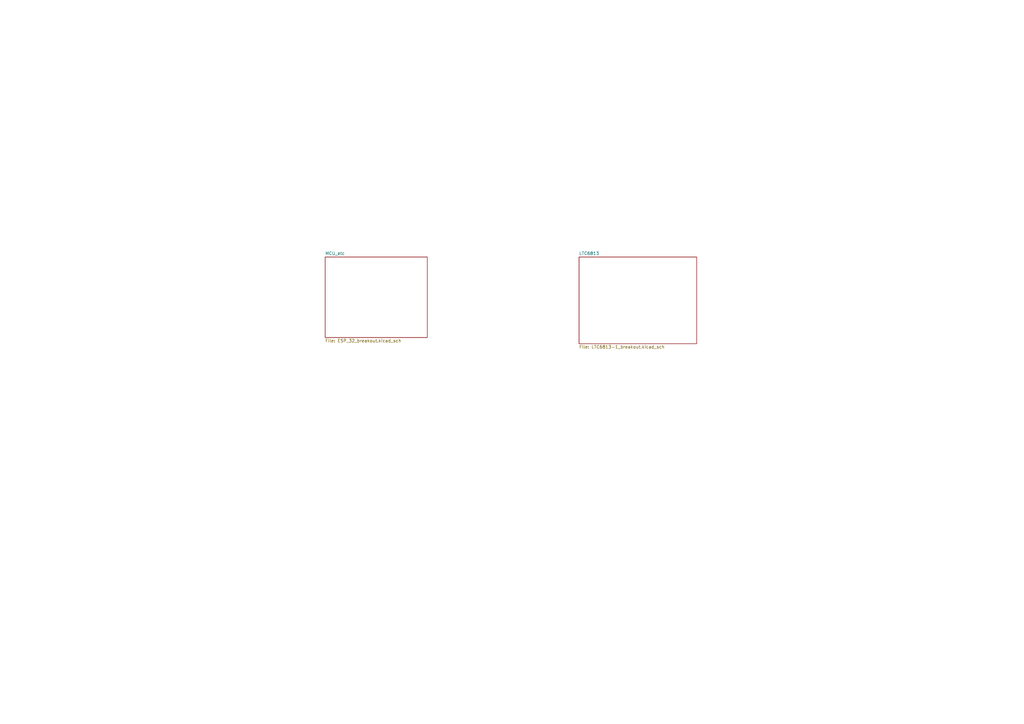
<source format=kicad_sch>
(kicad_sch
	(version 20231120)
	(generator "eeschema")
	(generator_version "8.0")
	(uuid "e0335a39-2917-4993-8bc8-e5e4f72c0f3a")
	(paper "A3")
	(lib_symbols)
	(sheet
		(at 133.35 105.41)
		(size 41.91 33.02)
		(fields_autoplaced yes)
		(stroke
			(width 0.1524)
			(type solid)
		)
		(fill
			(color 0 0 0 0.0000)
		)
		(uuid "1c86dfdd-29c8-44c6-8f61-8efec212365b")
		(property "Sheetname" "MCU_etc"
			(at 133.35 104.6984 0)
			(effects
				(font
					(size 1.27 1.27)
				)
				(justify left bottom)
			)
		)
		(property "Sheetfile" "ESP_32_breakout.kicad_sch"
			(at 133.35 139.0146 0)
			(effects
				(font
					(size 1.27 1.27)
				)
				(justify left top)
			)
		)
		(instances
			(project "14s BMS"
				(path "/e0335a39-2917-4993-8bc8-e5e4f72c0f3a"
					(page "2")
				)
			)
		)
	)
	(sheet
		(at 237.49 105.41)
		(size 48.26 35.56)
		(fields_autoplaced yes)
		(stroke
			(width 0.1524)
			(type solid)
		)
		(fill
			(color 0 0 0 0.0000)
		)
		(uuid "8df0f1e3-2d35-458c-9998-412601c8e2ea")
		(property "Sheetname" "LTC6813"
			(at 237.49 104.6984 0)
			(effects
				(font
					(size 1.27 1.27)
				)
				(justify left bottom)
			)
		)
		(property "Sheetfile" "LTC6813-1_breakout.kicad_sch"
			(at 237.49 141.5546 0)
			(effects
				(font
					(size 1.27 1.27)
				)
				(justify left top)
			)
		)
		(instances
			(project "14s BMS"
				(path "/e0335a39-2917-4993-8bc8-e5e4f72c0f3a"
					(page "3")
				)
			)
		)
	)
	(sheet_instances
		(path "/"
			(page "1")
		)
	)
)

</source>
